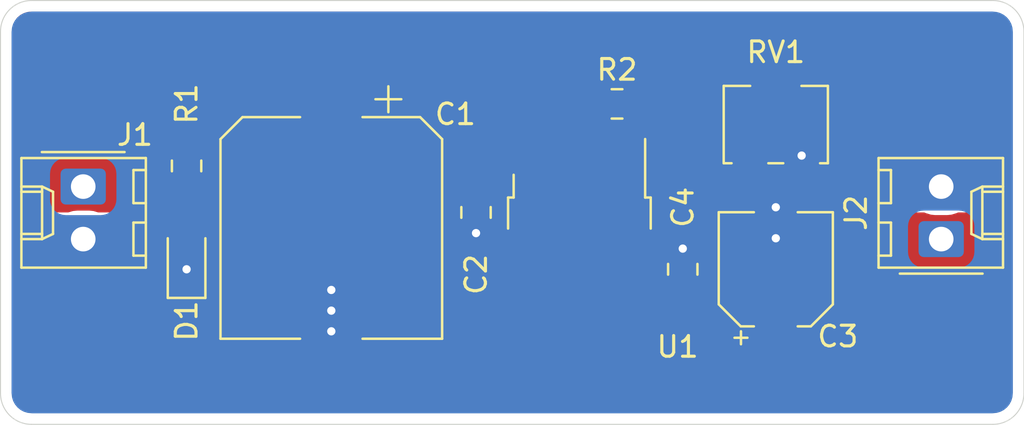
<source format=kicad_pcb>
(kicad_pcb (version 20171130) (host pcbnew "(5.1.8)-1")

  (general
    (thickness 1.6)
    (drawings 8)
    (tracks 20)
    (zones 0)
    (modules 11)
    (nets 6)
  )

  (page A4)
  (layers
    (0 F.Cu signal)
    (31 B.Cu signal)
    (32 B.Adhes user)
    (33 F.Adhes user)
    (34 B.Paste user)
    (35 F.Paste user)
    (36 B.SilkS user)
    (37 F.SilkS user)
    (38 B.Mask user)
    (39 F.Mask user)
    (40 Dwgs.User user)
    (41 Cmts.User user)
    (42 Eco1.User user)
    (43 Eco2.User user)
    (44 Edge.Cuts user)
    (45 Margin user)
    (46 B.CrtYd user)
    (47 F.CrtYd user)
    (48 B.Fab user hide)
    (49 F.Fab user hide)
  )

  (setup
    (last_trace_width 0.25)
    (trace_clearance 0.2)
    (zone_clearance 0.508)
    (zone_45_only no)
    (trace_min 0.2)
    (via_size 0.8)
    (via_drill 0.4)
    (via_min_size 0.4)
    (via_min_drill 0.3)
    (uvia_size 0.3)
    (uvia_drill 0.1)
    (uvias_allowed no)
    (uvia_min_size 0.2)
    (uvia_min_drill 0.1)
    (edge_width 0.05)
    (segment_width 0.2)
    (pcb_text_width 0.3)
    (pcb_text_size 1.5 1.5)
    (mod_edge_width 0.12)
    (mod_text_size 1 1)
    (mod_text_width 0.15)
    (pad_size 1.524 1.524)
    (pad_drill 0.762)
    (pad_to_mask_clearance 0.05)
    (aux_axis_origin 0 0)
    (visible_elements 7FFFFFFF)
    (pcbplotparams
      (layerselection 0x010fc_ffffffff)
      (usegerberextensions false)
      (usegerberattributes true)
      (usegerberadvancedattributes true)
      (creategerberjobfile true)
      (excludeedgelayer true)
      (linewidth 0.100000)
      (plotframeref false)
      (viasonmask false)
      (mode 1)
      (useauxorigin false)
      (hpglpennumber 1)
      (hpglpenspeed 20)
      (hpglpendiameter 15.000000)
      (psnegative false)
      (psa4output false)
      (plotreference true)
      (plotvalue true)
      (plotinvisibletext false)
      (padsonsilk false)
      (subtractmaskfromsilk false)
      (outputformat 1)
      (mirror false)
      (drillshape 1)
      (scaleselection 1)
      (outputdirectory ""))
  )

  (net 0 "")
  (net 1 "Net-(C1-Pad1)")
  (net 2 GND)
  (net 3 "Net-(C3-Pad1)")
  (net 4 "Net-(D1-Pad2)")
  (net 5 "Net-(R2-Pad2)")

  (net_class Default "This is the default net class."
    (clearance 0.2)
    (trace_width 0.25)
    (via_dia 0.8)
    (via_drill 0.4)
    (uvia_dia 0.3)
    (uvia_drill 0.1)
    (add_net GND)
    (add_net "Net-(C1-Pad1)")
    (add_net "Net-(C3-Pad1)")
    (add_net "Net-(D1-Pad2)")
    (add_net "Net-(R2-Pad2)")
  )

  (module Capacitor_SMD:CP_Elec_10x12.5 (layer F.Cu) (tedit 5BCA39D1) (tstamp 5F6EB02A)
    (at 142 119 270)
    (descr "SMD capacitor, aluminum electrolytic, Vishay 1012, 10.0x12.5mm, http://www.vishay.com/docs/28395/150crz.pdf")
    (tags "capacitor electrolytic")
    (path /5F6F16A5)
    (attr smd)
    (fp_text reference C1 (at -5.5 -6 180) (layer F.SilkS)
      (effects (font (size 1 1) (thickness 0.15)))
    )
    (fp_text value 1000uF/25V (at 0 6.3 90) (layer F.Fab)
      (effects (font (size 1 1) (thickness 0.15)))
    )
    (fp_line (start -6.65 1.5) (end -5.5 1.5) (layer F.CrtYd) (width 0.05))
    (fp_line (start -6.65 -1.5) (end -6.65 1.5) (layer F.CrtYd) (width 0.05))
    (fp_line (start -5.5 -1.5) (end -6.65 -1.5) (layer F.CrtYd) (width 0.05))
    (fp_line (start -5.5 1.5) (end -5.5 4.35) (layer F.CrtYd) (width 0.05))
    (fp_line (start -5.5 -4.35) (end -5.5 -1.5) (layer F.CrtYd) (width 0.05))
    (fp_line (start -5.5 -4.35) (end -4.35 -5.5) (layer F.CrtYd) (width 0.05))
    (fp_line (start -5.5 4.35) (end -4.35 5.5) (layer F.CrtYd) (width 0.05))
    (fp_line (start -4.35 -5.5) (end 5.5 -5.5) (layer F.CrtYd) (width 0.05))
    (fp_line (start -4.35 5.5) (end 5.5 5.5) (layer F.CrtYd) (width 0.05))
    (fp_line (start 5.5 1.5) (end 5.5 5.5) (layer F.CrtYd) (width 0.05))
    (fp_line (start 6.65 1.5) (end 5.5 1.5) (layer F.CrtYd) (width 0.05))
    (fp_line (start 6.65 -1.5) (end 6.65 1.5) (layer F.CrtYd) (width 0.05))
    (fp_line (start 5.5 -1.5) (end 6.65 -1.5) (layer F.CrtYd) (width 0.05))
    (fp_line (start 5.5 -5.5) (end 5.5 -1.5) (layer F.CrtYd) (width 0.05))
    (fp_line (start -6.225 -3.385) (end -6.225 -2.135) (layer F.SilkS) (width 0.12))
    (fp_line (start -6.85 -2.76) (end -5.6 -2.76) (layer F.SilkS) (width 0.12))
    (fp_line (start -5.36 4.295563) (end -4.295563 5.36) (layer F.SilkS) (width 0.12))
    (fp_line (start -5.36 -4.295563) (end -4.295563 -5.36) (layer F.SilkS) (width 0.12))
    (fp_line (start -5.36 -4.295563) (end -5.36 -1.51) (layer F.SilkS) (width 0.12))
    (fp_line (start -5.36 4.295563) (end -5.36 1.51) (layer F.SilkS) (width 0.12))
    (fp_line (start -4.295563 5.36) (end 5.36 5.36) (layer F.SilkS) (width 0.12))
    (fp_line (start -4.295563 -5.36) (end 5.36 -5.36) (layer F.SilkS) (width 0.12))
    (fp_line (start 5.36 -5.36) (end 5.36 -1.51) (layer F.SilkS) (width 0.12))
    (fp_line (start 5.36 5.36) (end 5.36 1.51) (layer F.SilkS) (width 0.12))
    (fp_line (start -4.058325 -2.2) (end -4.058325 -1.2) (layer F.Fab) (width 0.1))
    (fp_line (start -4.558325 -1.7) (end -3.558325 -1.7) (layer F.Fab) (width 0.1))
    (fp_line (start -5.25 4.25) (end -4.25 5.25) (layer F.Fab) (width 0.1))
    (fp_line (start -5.25 -4.25) (end -4.25 -5.25) (layer F.Fab) (width 0.1))
    (fp_line (start -5.25 -4.25) (end -5.25 4.25) (layer F.Fab) (width 0.1))
    (fp_line (start -4.25 5.25) (end 5.25 5.25) (layer F.Fab) (width 0.1))
    (fp_line (start -4.25 -5.25) (end 5.25 -5.25) (layer F.Fab) (width 0.1))
    (fp_line (start 5.25 -5.25) (end 5.25 5.25) (layer F.Fab) (width 0.1))
    (fp_circle (center 0 0) (end 5 0) (layer F.Fab) (width 0.1))
    (fp_text user %R (at 0 0 90) (layer F.Fab)
      (effects (font (size 1 1) (thickness 0.15)))
    )
    (pad 1 smd roundrect (at -4.2 0 270) (size 4.4 2.5) (layers F.Cu F.Paste F.Mask) (roundrect_rratio 0.1)
      (net 1 "Net-(C1-Pad1)"))
    (pad 2 smd roundrect (at 4.2 0 270) (size 4.4 2.5) (layers F.Cu F.Paste F.Mask) (roundrect_rratio 0.1)
      (net 2 GND))
    (model ${KISYS3DMOD}/Capacitor_SMD.3dshapes/CP_Elec_10x12.5.wrl
      (at (xyz 0 0 0))
      (scale (xyz 1 1 1))
      (rotate (xyz 0 0 0))
    )
  )

  (module Capacitor_SMD:C_0805_2012Metric (layer F.Cu) (tedit 5B36C52B) (tstamp 5F6EB03B)
    (at 149 118.25 270)
    (descr "Capacitor SMD 0805 (2012 Metric), square (rectangular) end terminal, IPC_7351 nominal, (Body size source: https://docs.google.com/spreadsheets/d/1BsfQQcO9C6DZCsRaXUlFlo91Tg2WpOkGARC1WS5S8t0/edit?usp=sharing), generated with kicad-footprint-generator")
    (tags capacitor)
    (path /5F6F1DBC)
    (attr smd)
    (fp_text reference C2 (at 3 0 90) (layer F.SilkS)
      (effects (font (size 1 1) (thickness 0.15)))
    )
    (fp_text value 0.1uF/50V (at 0 1.65 90) (layer F.Fab)
      (effects (font (size 1 1) (thickness 0.15)))
    )
    (fp_line (start 1.68 0.95) (end -1.68 0.95) (layer F.CrtYd) (width 0.05))
    (fp_line (start 1.68 -0.95) (end 1.68 0.95) (layer F.CrtYd) (width 0.05))
    (fp_line (start -1.68 -0.95) (end 1.68 -0.95) (layer F.CrtYd) (width 0.05))
    (fp_line (start -1.68 0.95) (end -1.68 -0.95) (layer F.CrtYd) (width 0.05))
    (fp_line (start -0.258578 0.71) (end 0.258578 0.71) (layer F.SilkS) (width 0.12))
    (fp_line (start -0.258578 -0.71) (end 0.258578 -0.71) (layer F.SilkS) (width 0.12))
    (fp_line (start 1 0.6) (end -1 0.6) (layer F.Fab) (width 0.1))
    (fp_line (start 1 -0.6) (end 1 0.6) (layer F.Fab) (width 0.1))
    (fp_line (start -1 -0.6) (end 1 -0.6) (layer F.Fab) (width 0.1))
    (fp_line (start -1 0.6) (end -1 -0.6) (layer F.Fab) (width 0.1))
    (fp_text user %R (at 0 0 90) (layer F.Fab)
      (effects (font (size 0.5 0.5) (thickness 0.08)))
    )
    (pad 1 smd roundrect (at -0.9375 0 270) (size 0.975 1.4) (layers F.Cu F.Paste F.Mask) (roundrect_rratio 0.25)
      (net 1 "Net-(C1-Pad1)"))
    (pad 2 smd roundrect (at 0.9375 0 270) (size 0.975 1.4) (layers F.Cu F.Paste F.Mask) (roundrect_rratio 0.25)
      (net 2 GND))
    (model ${KISYS3DMOD}/Capacitor_SMD.3dshapes/C_0805_2012Metric.wrl
      (at (xyz 0 0 0))
      (scale (xyz 1 1 1))
      (rotate (xyz 0 0 0))
    )
  )

  (module Capacitor_SMD:CP_Elec_5x5.4 (layer F.Cu) (tedit 5BCA39CF) (tstamp 5F6EB063)
    (at 163.5 121 90)
    (descr "SMD capacitor, aluminum electrolytic, Nichicon, 5.0x5.4mm")
    (tags "capacitor electrolytic")
    (path /5F6EA4E1)
    (attr smd)
    (fp_text reference C3 (at -3.25 3 180) (layer F.SilkS)
      (effects (font (size 1 1) (thickness 0.15)))
    )
    (fp_text value 100uF/25V (at 0 3.7 90) (layer F.Fab)
      (effects (font (size 1 1) (thickness 0.15)))
    )
    (fp_line (start -3.95 1.05) (end -2.9 1.05) (layer F.CrtYd) (width 0.05))
    (fp_line (start -3.95 -1.05) (end -3.95 1.05) (layer F.CrtYd) (width 0.05))
    (fp_line (start -2.9 -1.05) (end -3.95 -1.05) (layer F.CrtYd) (width 0.05))
    (fp_line (start -2.9 1.05) (end -2.9 1.75) (layer F.CrtYd) (width 0.05))
    (fp_line (start -2.9 -1.75) (end -2.9 -1.05) (layer F.CrtYd) (width 0.05))
    (fp_line (start -2.9 -1.75) (end -1.75 -2.9) (layer F.CrtYd) (width 0.05))
    (fp_line (start -2.9 1.75) (end -1.75 2.9) (layer F.CrtYd) (width 0.05))
    (fp_line (start -1.75 -2.9) (end 2.9 -2.9) (layer F.CrtYd) (width 0.05))
    (fp_line (start -1.75 2.9) (end 2.9 2.9) (layer F.CrtYd) (width 0.05))
    (fp_line (start 2.9 1.05) (end 2.9 2.9) (layer F.CrtYd) (width 0.05))
    (fp_line (start 3.95 1.05) (end 2.9 1.05) (layer F.CrtYd) (width 0.05))
    (fp_line (start 3.95 -1.05) (end 3.95 1.05) (layer F.CrtYd) (width 0.05))
    (fp_line (start 2.9 -1.05) (end 3.95 -1.05) (layer F.CrtYd) (width 0.05))
    (fp_line (start 2.9 -2.9) (end 2.9 -1.05) (layer F.CrtYd) (width 0.05))
    (fp_line (start -3.3125 -1.9975) (end -3.3125 -1.3725) (layer F.SilkS) (width 0.12))
    (fp_line (start -3.625 -1.685) (end -3 -1.685) (layer F.SilkS) (width 0.12))
    (fp_line (start -2.76 1.695563) (end -1.695563 2.76) (layer F.SilkS) (width 0.12))
    (fp_line (start -2.76 -1.695563) (end -1.695563 -2.76) (layer F.SilkS) (width 0.12))
    (fp_line (start -2.76 -1.695563) (end -2.76 -1.06) (layer F.SilkS) (width 0.12))
    (fp_line (start -2.76 1.695563) (end -2.76 1.06) (layer F.SilkS) (width 0.12))
    (fp_line (start -1.695563 2.76) (end 2.76 2.76) (layer F.SilkS) (width 0.12))
    (fp_line (start -1.695563 -2.76) (end 2.76 -2.76) (layer F.SilkS) (width 0.12))
    (fp_line (start 2.76 -2.76) (end 2.76 -1.06) (layer F.SilkS) (width 0.12))
    (fp_line (start 2.76 2.76) (end 2.76 1.06) (layer F.SilkS) (width 0.12))
    (fp_line (start -1.783956 -1.45) (end -1.783956 -0.95) (layer F.Fab) (width 0.1))
    (fp_line (start -2.033956 -1.2) (end -1.533956 -1.2) (layer F.Fab) (width 0.1))
    (fp_line (start -2.65 1.65) (end -1.65 2.65) (layer F.Fab) (width 0.1))
    (fp_line (start -2.65 -1.65) (end -1.65 -2.65) (layer F.Fab) (width 0.1))
    (fp_line (start -2.65 -1.65) (end -2.65 1.65) (layer F.Fab) (width 0.1))
    (fp_line (start -1.65 2.65) (end 2.65 2.65) (layer F.Fab) (width 0.1))
    (fp_line (start -1.65 -2.65) (end 2.65 -2.65) (layer F.Fab) (width 0.1))
    (fp_line (start 2.65 -2.65) (end 2.65 2.65) (layer F.Fab) (width 0.1))
    (fp_circle (center 0 0) (end 2.5 0) (layer F.Fab) (width 0.1))
    (fp_text user %R (at 0 0 90) (layer F.Fab)
      (effects (font (size 1 1) (thickness 0.15)))
    )
    (pad 1 smd roundrect (at -2.2 0 90) (size 3 1.6) (layers F.Cu F.Paste F.Mask) (roundrect_rratio 0.15625)
      (net 3 "Net-(C3-Pad1)"))
    (pad 2 smd roundrect (at 2.2 0 90) (size 3 1.6) (layers F.Cu F.Paste F.Mask) (roundrect_rratio 0.15625)
      (net 2 GND))
    (model ${KISYS3DMOD}/Capacitor_SMD.3dshapes/CP_Elec_5x5.4.wrl
      (at (xyz 0 0 0))
      (scale (xyz 1 1 1))
      (rotate (xyz 0 0 0))
    )
  )

  (module Capacitor_SMD:C_0805_2012Metric (layer F.Cu) (tedit 5B36C52B) (tstamp 5F6EB074)
    (at 159 121 90)
    (descr "Capacitor SMD 0805 (2012 Metric), square (rectangular) end terminal, IPC_7351 nominal, (Body size source: https://docs.google.com/spreadsheets/d/1BsfQQcO9C6DZCsRaXUlFlo91Tg2WpOkGARC1WS5S8t0/edit?usp=sharing), generated with kicad-footprint-generator")
    (tags capacitor)
    (path /5F6E9C3C)
    (attr smd)
    (fp_text reference C4 (at 3 0 90) (layer F.SilkS)
      (effects (font (size 1 1) (thickness 0.15)))
    )
    (fp_text value 0.1uF/50V (at 0 1.65 90) (layer F.Fab)
      (effects (font (size 1 1) (thickness 0.15)))
    )
    (fp_line (start -1 0.6) (end -1 -0.6) (layer F.Fab) (width 0.1))
    (fp_line (start -1 -0.6) (end 1 -0.6) (layer F.Fab) (width 0.1))
    (fp_line (start 1 -0.6) (end 1 0.6) (layer F.Fab) (width 0.1))
    (fp_line (start 1 0.6) (end -1 0.6) (layer F.Fab) (width 0.1))
    (fp_line (start -0.258578 -0.71) (end 0.258578 -0.71) (layer F.SilkS) (width 0.12))
    (fp_line (start -0.258578 0.71) (end 0.258578 0.71) (layer F.SilkS) (width 0.12))
    (fp_line (start -1.68 0.95) (end -1.68 -0.95) (layer F.CrtYd) (width 0.05))
    (fp_line (start -1.68 -0.95) (end 1.68 -0.95) (layer F.CrtYd) (width 0.05))
    (fp_line (start 1.68 -0.95) (end 1.68 0.95) (layer F.CrtYd) (width 0.05))
    (fp_line (start 1.68 0.95) (end -1.68 0.95) (layer F.CrtYd) (width 0.05))
    (fp_text user %R (at 0 0 90) (layer F.Fab)
      (effects (font (size 0.5 0.5) (thickness 0.08)))
    )
    (pad 2 smd roundrect (at 0.9375 0 90) (size 0.975 1.4) (layers F.Cu F.Paste F.Mask) (roundrect_rratio 0.25)
      (net 2 GND))
    (pad 1 smd roundrect (at -0.9375 0 90) (size 0.975 1.4) (layers F.Cu F.Paste F.Mask) (roundrect_rratio 0.25)
      (net 3 "Net-(C3-Pad1)"))
    (model ${KISYS3DMOD}/Capacitor_SMD.3dshapes/C_0805_2012Metric.wrl
      (at (xyz 0 0 0))
      (scale (xyz 1 1 1))
      (rotate (xyz 0 0 0))
    )
  )

  (module LED_SMD:LED_0805_2012Metric_Castellated (layer F.Cu) (tedit 5B36C52C) (tstamp 5F6EB087)
    (at 135 120.5 90)
    (descr "LED SMD 0805 (2012 Metric), castellated end terminal, IPC_7351 nominal, (Body size source: https://docs.google.com/spreadsheets/d/1BsfQQcO9C6DZCsRaXUlFlo91Tg2WpOkGARC1WS5S8t0/edit?usp=sharing), generated with kicad-footprint-generator")
    (tags "LED castellated")
    (path /5F6F04AA)
    (attr smd)
    (fp_text reference D1 (at -3 0 90) (layer F.SilkS)
      (effects (font (size 1 1) (thickness 0.15)))
    )
    (fp_text value LED (at 0 1.6 90) (layer F.Fab)
      (effects (font (size 1 1) (thickness 0.15)))
    )
    (fp_line (start 1.88 0.9) (end -1.88 0.9) (layer F.CrtYd) (width 0.05))
    (fp_line (start 1.88 -0.9) (end 1.88 0.9) (layer F.CrtYd) (width 0.05))
    (fp_line (start -1.88 -0.9) (end 1.88 -0.9) (layer F.CrtYd) (width 0.05))
    (fp_line (start -1.88 0.9) (end -1.88 -0.9) (layer F.CrtYd) (width 0.05))
    (fp_line (start -1.885 0.91) (end 1 0.91) (layer F.SilkS) (width 0.12))
    (fp_line (start -1.885 -0.91) (end -1.885 0.91) (layer F.SilkS) (width 0.12))
    (fp_line (start 1 -0.91) (end -1.885 -0.91) (layer F.SilkS) (width 0.12))
    (fp_line (start 1 0.6) (end 1 -0.6) (layer F.Fab) (width 0.1))
    (fp_line (start -1 0.6) (end 1 0.6) (layer F.Fab) (width 0.1))
    (fp_line (start -1 -0.3) (end -1 0.6) (layer F.Fab) (width 0.1))
    (fp_line (start -0.7 -0.6) (end -1 -0.3) (layer F.Fab) (width 0.1))
    (fp_line (start 1 -0.6) (end -0.7 -0.6) (layer F.Fab) (width 0.1))
    (fp_text user %R (at 0 0 90) (layer F.Fab)
      (effects (font (size 0.5 0.5) (thickness 0.08)))
    )
    (pad 1 smd roundrect (at -0.9625 0 90) (size 1.325 1.3) (layers F.Cu F.Paste F.Mask) (roundrect_rratio 0.192308)
      (net 2 GND))
    (pad 2 smd roundrect (at 0.9625 0 90) (size 1.325 1.3) (layers F.Cu F.Paste F.Mask) (roundrect_rratio 0.192308)
      (net 4 "Net-(D1-Pad2)"))
    (model ${KISYS3DMOD}/LED_SMD.3dshapes/LED_0805_2012Metric_Castellated.wrl
      (at (xyz 0 0 0))
      (scale (xyz 1 1 1))
      (rotate (xyz 0 0 0))
    )
  )

  (module Connector_Molex:Molex_KK-254_AE-6410-02A_1x02_P2.54mm_Vertical (layer F.Cu) (tedit 5EA53D3B) (tstamp 5F6EB0CB)
    (at 130 117 270)
    (descr "Molex KK-254 Interconnect System, old/engineering part number: AE-6410-02A example for new part number: 22-27-2021, 2 Pins (http://www.molex.com/pdm_docs/sd/022272021_sd.pdf), generated with kicad-footprint-generator")
    (tags "connector Molex KK-254 vertical")
    (path /5F6ECA21)
    (fp_text reference J1 (at -2.5 -2.5 180) (layer F.SilkS)
      (effects (font (size 1 1) (thickness 0.15)))
    )
    (fp_text value INPUT (at 1.27 4.08 90) (layer F.Fab)
      (effects (font (size 1 1) (thickness 0.15)))
    )
    (fp_line (start 4.31 -3.42) (end -1.77 -3.42) (layer F.CrtYd) (width 0.05))
    (fp_line (start 4.31 3.38) (end 4.31 -3.42) (layer F.CrtYd) (width 0.05))
    (fp_line (start -1.77 3.38) (end 4.31 3.38) (layer F.CrtYd) (width 0.05))
    (fp_line (start -1.77 -3.42) (end -1.77 3.38) (layer F.CrtYd) (width 0.05))
    (fp_line (start 3.34 -2.43) (end 3.34 -3.03) (layer F.SilkS) (width 0.12))
    (fp_line (start 1.74 -2.43) (end 3.34 -2.43) (layer F.SilkS) (width 0.12))
    (fp_line (start 1.74 -3.03) (end 1.74 -2.43) (layer F.SilkS) (width 0.12))
    (fp_line (start 0.8 -2.43) (end 0.8 -3.03) (layer F.SilkS) (width 0.12))
    (fp_line (start -0.8 -2.43) (end 0.8 -2.43) (layer F.SilkS) (width 0.12))
    (fp_line (start -0.8 -3.03) (end -0.8 -2.43) (layer F.SilkS) (width 0.12))
    (fp_line (start 2.29 2.99) (end 2.29 1.99) (layer F.SilkS) (width 0.12))
    (fp_line (start 0.25 2.99) (end 0.25 1.99) (layer F.SilkS) (width 0.12))
    (fp_line (start 2.29 1.46) (end 2.54 1.99) (layer F.SilkS) (width 0.12))
    (fp_line (start 0.25 1.46) (end 2.29 1.46) (layer F.SilkS) (width 0.12))
    (fp_line (start 0 1.99) (end 0.25 1.46) (layer F.SilkS) (width 0.12))
    (fp_line (start 2.54 1.99) (end 2.54 2.99) (layer F.SilkS) (width 0.12))
    (fp_line (start 0 1.99) (end 2.54 1.99) (layer F.SilkS) (width 0.12))
    (fp_line (start 0 2.99) (end 0 1.99) (layer F.SilkS) (width 0.12))
    (fp_line (start -0.562893 0) (end -1.27 0.5) (layer F.Fab) (width 0.1))
    (fp_line (start -1.27 -0.5) (end -0.562893 0) (layer F.Fab) (width 0.1))
    (fp_line (start -1.67 -2) (end -1.67 2) (layer F.SilkS) (width 0.12))
    (fp_line (start 3.92 -3.03) (end -1.38 -3.03) (layer F.SilkS) (width 0.12))
    (fp_line (start 3.92 2.99) (end 3.92 -3.03) (layer F.SilkS) (width 0.12))
    (fp_line (start -1.38 2.99) (end 3.92 2.99) (layer F.SilkS) (width 0.12))
    (fp_line (start -1.38 -3.03) (end -1.38 2.99) (layer F.SilkS) (width 0.12))
    (fp_line (start 3.81 -2.92) (end -1.27 -2.92) (layer F.Fab) (width 0.1))
    (fp_line (start 3.81 2.88) (end 3.81 -2.92) (layer F.Fab) (width 0.1))
    (fp_line (start -1.27 2.88) (end 3.81 2.88) (layer F.Fab) (width 0.1))
    (fp_line (start -1.27 -2.92) (end -1.27 2.88) (layer F.Fab) (width 0.1))
    (fp_text user %R (at 1.27 -2.22 90) (layer F.Fab)
      (effects (font (size 1 1) (thickness 0.15)))
    )
    (pad 1 thru_hole roundrect (at 0 0 270) (size 1.74 2.19) (drill 1.19) (layers *.Cu *.Mask) (roundrect_rratio 0.143678)
      (net 1 "Net-(C1-Pad1)"))
    (pad 2 thru_hole oval (at 2.54 0 270) (size 1.74 2.19) (drill 1.19) (layers *.Cu *.Mask)
      (net 2 GND))
    (model ${KISYS3DMOD}/Connector_Molex.3dshapes/Molex_KK-254_AE-6410-02A_1x02_P2.54mm_Vertical.wrl
      (at (xyz 0 0 0))
      (scale (xyz 1 1 1))
      (rotate (xyz 0 0 0))
    )
  )

  (module Connector_Molex:Molex_KK-254_AE-6410-02A_1x02_P2.54mm_Vertical (layer F.Cu) (tedit 5EA53D3B) (tstamp 5F6EB0EF)
    (at 171.5 119.54 90)
    (descr "Molex KK-254 Interconnect System, old/engineering part number: AE-6410-02A example for new part number: 22-27-2021, 2 Pins (http://www.molex.com/pdm_docs/sd/022272021_sd.pdf), generated with kicad-footprint-generator")
    (tags "connector Molex KK-254 vertical")
    (path /5F6F419B)
    (fp_text reference J2 (at 1.27 -4.12 90) (layer F.SilkS)
      (effects (font (size 1 1) (thickness 0.15)))
    )
    (fp_text value OUTPUT (at 1.27 4.08 90) (layer F.Fab)
      (effects (font (size 1 1) (thickness 0.15)))
    )
    (fp_line (start -1.27 -2.92) (end -1.27 2.88) (layer F.Fab) (width 0.1))
    (fp_line (start -1.27 2.88) (end 3.81 2.88) (layer F.Fab) (width 0.1))
    (fp_line (start 3.81 2.88) (end 3.81 -2.92) (layer F.Fab) (width 0.1))
    (fp_line (start 3.81 -2.92) (end -1.27 -2.92) (layer F.Fab) (width 0.1))
    (fp_line (start -1.38 -3.03) (end -1.38 2.99) (layer F.SilkS) (width 0.12))
    (fp_line (start -1.38 2.99) (end 3.92 2.99) (layer F.SilkS) (width 0.12))
    (fp_line (start 3.92 2.99) (end 3.92 -3.03) (layer F.SilkS) (width 0.12))
    (fp_line (start 3.92 -3.03) (end -1.38 -3.03) (layer F.SilkS) (width 0.12))
    (fp_line (start -1.67 -2) (end -1.67 2) (layer F.SilkS) (width 0.12))
    (fp_line (start -1.27 -0.5) (end -0.562893 0) (layer F.Fab) (width 0.1))
    (fp_line (start -0.562893 0) (end -1.27 0.5) (layer F.Fab) (width 0.1))
    (fp_line (start 0 2.99) (end 0 1.99) (layer F.SilkS) (width 0.12))
    (fp_line (start 0 1.99) (end 2.54 1.99) (layer F.SilkS) (width 0.12))
    (fp_line (start 2.54 1.99) (end 2.54 2.99) (layer F.SilkS) (width 0.12))
    (fp_line (start 0 1.99) (end 0.25 1.46) (layer F.SilkS) (width 0.12))
    (fp_line (start 0.25 1.46) (end 2.29 1.46) (layer F.SilkS) (width 0.12))
    (fp_line (start 2.29 1.46) (end 2.54 1.99) (layer F.SilkS) (width 0.12))
    (fp_line (start 0.25 2.99) (end 0.25 1.99) (layer F.SilkS) (width 0.12))
    (fp_line (start 2.29 2.99) (end 2.29 1.99) (layer F.SilkS) (width 0.12))
    (fp_line (start -0.8 -3.03) (end -0.8 -2.43) (layer F.SilkS) (width 0.12))
    (fp_line (start -0.8 -2.43) (end 0.8 -2.43) (layer F.SilkS) (width 0.12))
    (fp_line (start 0.8 -2.43) (end 0.8 -3.03) (layer F.SilkS) (width 0.12))
    (fp_line (start 1.74 -3.03) (end 1.74 -2.43) (layer F.SilkS) (width 0.12))
    (fp_line (start 1.74 -2.43) (end 3.34 -2.43) (layer F.SilkS) (width 0.12))
    (fp_line (start 3.34 -2.43) (end 3.34 -3.03) (layer F.SilkS) (width 0.12))
    (fp_line (start -1.77 -3.42) (end -1.77 3.38) (layer F.CrtYd) (width 0.05))
    (fp_line (start -1.77 3.38) (end 4.31 3.38) (layer F.CrtYd) (width 0.05))
    (fp_line (start 4.31 3.38) (end 4.31 -3.42) (layer F.CrtYd) (width 0.05))
    (fp_line (start 4.31 -3.42) (end -1.77 -3.42) (layer F.CrtYd) (width 0.05))
    (fp_text user %R (at 1.27 -2.22 90) (layer F.Fab)
      (effects (font (size 1 1) (thickness 0.15)))
    )
    (pad 2 thru_hole oval (at 2.54 0 90) (size 1.74 2.19) (drill 1.19) (layers *.Cu *.Mask)
      (net 2 GND))
    (pad 1 thru_hole roundrect (at 0 0 90) (size 1.74 2.19) (drill 1.19) (layers *.Cu *.Mask) (roundrect_rratio 0.143678)
      (net 3 "Net-(C3-Pad1)"))
    (model ${KISYS3DMOD}/Connector_Molex.3dshapes/Molex_KK-254_AE-6410-02A_1x02_P2.54mm_Vertical.wrl
      (at (xyz 0 0 0))
      (scale (xyz 1 1 1))
      (rotate (xyz 0 0 0))
    )
  )

  (module Resistor_SMD:R_0805_2012Metric (layer F.Cu) (tedit 5B36C52B) (tstamp 5F6EB100)
    (at 135 116 270)
    (descr "Resistor SMD 0805 (2012 Metric), square (rectangular) end terminal, IPC_7351 nominal, (Body size source: https://docs.google.com/spreadsheets/d/1BsfQQcO9C6DZCsRaXUlFlo91Tg2WpOkGARC1WS5S8t0/edit?usp=sharing), generated with kicad-footprint-generator")
    (tags resistor)
    (path /5F6EAF95)
    (attr smd)
    (fp_text reference R1 (at -3 0 90) (layer F.SilkS)
      (effects (font (size 1 1) (thickness 0.15)))
    )
    (fp_text value 2.2k (at 0 1.65 90) (layer F.Fab)
      (effects (font (size 1 1) (thickness 0.15)))
    )
    (fp_line (start 1.68 0.95) (end -1.68 0.95) (layer F.CrtYd) (width 0.05))
    (fp_line (start 1.68 -0.95) (end 1.68 0.95) (layer F.CrtYd) (width 0.05))
    (fp_line (start -1.68 -0.95) (end 1.68 -0.95) (layer F.CrtYd) (width 0.05))
    (fp_line (start -1.68 0.95) (end -1.68 -0.95) (layer F.CrtYd) (width 0.05))
    (fp_line (start -0.258578 0.71) (end 0.258578 0.71) (layer F.SilkS) (width 0.12))
    (fp_line (start -0.258578 -0.71) (end 0.258578 -0.71) (layer F.SilkS) (width 0.12))
    (fp_line (start 1 0.6) (end -1 0.6) (layer F.Fab) (width 0.1))
    (fp_line (start 1 -0.6) (end 1 0.6) (layer F.Fab) (width 0.1))
    (fp_line (start -1 -0.6) (end 1 -0.6) (layer F.Fab) (width 0.1))
    (fp_line (start -1 0.6) (end -1 -0.6) (layer F.Fab) (width 0.1))
    (fp_text user %R (at 0 0 90) (layer F.Fab)
      (effects (font (size 0.5 0.5) (thickness 0.08)))
    )
    (pad 1 smd roundrect (at -0.9375 0 270) (size 0.975 1.4) (layers F.Cu F.Paste F.Mask) (roundrect_rratio 0.25)
      (net 1 "Net-(C1-Pad1)"))
    (pad 2 smd roundrect (at 0.9375 0 270) (size 0.975 1.4) (layers F.Cu F.Paste F.Mask) (roundrect_rratio 0.25)
      (net 4 "Net-(D1-Pad2)"))
    (model ${KISYS3DMOD}/Resistor_SMD.3dshapes/R_0805_2012Metric.wrl
      (at (xyz 0 0 0))
      (scale (xyz 1 1 1))
      (rotate (xyz 0 0 0))
    )
  )

  (module Resistor_SMD:R_0805_2012Metric (layer F.Cu) (tedit 5B36C52B) (tstamp 5F6EB111)
    (at 155.82 113)
    (descr "Resistor SMD 0805 (2012 Metric), square (rectangular) end terminal, IPC_7351 nominal, (Body size source: https://docs.google.com/spreadsheets/d/1BsfQQcO9C6DZCsRaXUlFlo91Tg2WpOkGARC1WS5S8t0/edit?usp=sharing), generated with kicad-footprint-generator")
    (tags resistor)
    (path /5F6F0EF7)
    (attr smd)
    (fp_text reference R2 (at 0 -1.65) (layer F.SilkS)
      (effects (font (size 1 1) (thickness 0.15)))
    )
    (fp_text value 220 (at 0 1.65) (layer F.Fab)
      (effects (font (size 1 1) (thickness 0.15)))
    )
    (fp_line (start 1.68 0.95) (end -1.68 0.95) (layer F.CrtYd) (width 0.05))
    (fp_line (start 1.68 -0.95) (end 1.68 0.95) (layer F.CrtYd) (width 0.05))
    (fp_line (start -1.68 -0.95) (end 1.68 -0.95) (layer F.CrtYd) (width 0.05))
    (fp_line (start -1.68 0.95) (end -1.68 -0.95) (layer F.CrtYd) (width 0.05))
    (fp_line (start -0.258578 0.71) (end 0.258578 0.71) (layer F.SilkS) (width 0.12))
    (fp_line (start -0.258578 -0.71) (end 0.258578 -0.71) (layer F.SilkS) (width 0.12))
    (fp_line (start 1 0.6) (end -1 0.6) (layer F.Fab) (width 0.1))
    (fp_line (start 1 -0.6) (end 1 0.6) (layer F.Fab) (width 0.1))
    (fp_line (start -1 -0.6) (end 1 -0.6) (layer F.Fab) (width 0.1))
    (fp_line (start -1 0.6) (end -1 -0.6) (layer F.Fab) (width 0.1))
    (fp_text user %R (at 0 0) (layer F.Fab)
      (effects (font (size 0.5 0.5) (thickness 0.08)))
    )
    (pad 1 smd roundrect (at -0.9375 0) (size 0.975 1.4) (layers F.Cu F.Paste F.Mask) (roundrect_rratio 0.25)
      (net 3 "Net-(C3-Pad1)"))
    (pad 2 smd roundrect (at 0.9375 0) (size 0.975 1.4) (layers F.Cu F.Paste F.Mask) (roundrect_rratio 0.25)
      (net 5 "Net-(R2-Pad2)"))
    (model ${KISYS3DMOD}/Resistor_SMD.3dshapes/R_0805_2012Metric.wrl
      (at (xyz 0 0 0))
      (scale (xyz 1 1 1))
      (rotate (xyz 0 0 0))
    )
  )

  (module Package_TO_SOT_SMD:TO-252-3_TabPin2 (layer F.Cu) (tedit 5A70F30B) (tstamp 5F6EB14A)
    (at 154 120 270)
    (descr "TO-252 / DPAK SMD package, http://www.infineon.com/cms/en/product/packages/PG-TO252/PG-TO252-3-1/")
    (tags "DPAK TO-252 DPAK-3 TO-252-3 SOT-428")
    (path /5F6E402A)
    (attr smd)
    (fp_text reference U1 (at 4.75 -4.75 180) (layer F.SilkS)
      (effects (font (size 1 1) (thickness 0.15)))
    )
    (fp_text value LM317L_TO92 (at 0 4.5 90) (layer F.Fab)
      (effects (font (size 1 1) (thickness 0.15)))
    )
    (fp_line (start 5.55 -3.5) (end -5.55 -3.5) (layer F.CrtYd) (width 0.05))
    (fp_line (start 5.55 3.5) (end 5.55 -3.5) (layer F.CrtYd) (width 0.05))
    (fp_line (start -5.55 3.5) (end 5.55 3.5) (layer F.CrtYd) (width 0.05))
    (fp_line (start -5.55 -3.5) (end -5.55 3.5) (layer F.CrtYd) (width 0.05))
    (fp_line (start -2.47 3.18) (end -3.57 3.18) (layer F.SilkS) (width 0.12))
    (fp_line (start -2.47 3.45) (end -2.47 3.18) (layer F.SilkS) (width 0.12))
    (fp_line (start -0.97 3.45) (end -2.47 3.45) (layer F.SilkS) (width 0.12))
    (fp_line (start -2.47 -3.18) (end -5.3 -3.18) (layer F.SilkS) (width 0.12))
    (fp_line (start -2.47 -3.45) (end -2.47 -3.18) (layer F.SilkS) (width 0.12))
    (fp_line (start -0.97 -3.45) (end -2.47 -3.45) (layer F.SilkS) (width 0.12))
    (fp_line (start -4.97 2.655) (end -2.27 2.655) (layer F.Fab) (width 0.1))
    (fp_line (start -4.97 1.905) (end -4.97 2.655) (layer F.Fab) (width 0.1))
    (fp_line (start -2.27 1.905) (end -4.97 1.905) (layer F.Fab) (width 0.1))
    (fp_line (start -4.97 0.375) (end -2.27 0.375) (layer F.Fab) (width 0.1))
    (fp_line (start -4.97 -0.375) (end -4.97 0.375) (layer F.Fab) (width 0.1))
    (fp_line (start -2.27 -0.375) (end -4.97 -0.375) (layer F.Fab) (width 0.1))
    (fp_line (start -4.97 -1.905) (end -2.27 -1.905) (layer F.Fab) (width 0.1))
    (fp_line (start -4.97 -2.655) (end -4.97 -1.905) (layer F.Fab) (width 0.1))
    (fp_line (start -1.865 -2.655) (end -4.97 -2.655) (layer F.Fab) (width 0.1))
    (fp_line (start -1.27 -3.25) (end 3.95 -3.25) (layer F.Fab) (width 0.1))
    (fp_line (start -2.27 -2.25) (end -1.27 -3.25) (layer F.Fab) (width 0.1))
    (fp_line (start -2.27 3.25) (end -2.27 -2.25) (layer F.Fab) (width 0.1))
    (fp_line (start 3.95 3.25) (end -2.27 3.25) (layer F.Fab) (width 0.1))
    (fp_line (start 3.95 -3.25) (end 3.95 3.25) (layer F.Fab) (width 0.1))
    (fp_line (start 4.95 2.7) (end 3.95 2.7) (layer F.Fab) (width 0.1))
    (fp_line (start 4.95 -2.7) (end 4.95 2.7) (layer F.Fab) (width 0.1))
    (fp_line (start 3.95 -2.7) (end 4.95 -2.7) (layer F.Fab) (width 0.1))
    (fp_text user %R (at 0 0 90) (layer F.Fab)
      (effects (font (size 1 1) (thickness 0.15)))
    )
    (pad 1 smd rect (at -4.2 -2.28 270) (size 2.2 1.2) (layers F.Cu F.Paste F.Mask)
      (net 5 "Net-(R2-Pad2)"))
    (pad 2 smd rect (at -4.2 0 270) (size 2.2 1.2) (layers F.Cu F.Paste F.Mask)
      (net 3 "Net-(C3-Pad1)"))
    (pad 3 smd rect (at -4.2 2.28 270) (size 2.2 1.2) (layers F.Cu F.Paste F.Mask)
      (net 1 "Net-(C1-Pad1)"))
    (pad 2 smd rect (at 2.1 0 270) (size 6.4 5.8) (layers F.Cu F.Mask)
      (net 3 "Net-(C3-Pad1)"))
    (pad "" smd rect (at 3.775 1.525 270) (size 3.05 2.75) (layers F.Paste))
    (pad "" smd rect (at 0.425 -1.525 270) (size 3.05 2.75) (layers F.Paste))
    (pad "" smd rect (at 3.775 -1.525 270) (size 3.05 2.75) (layers F.Paste))
    (pad "" smd rect (at 0.425 1.525 270) (size 3.05 2.75) (layers F.Paste))
    (model ${KISYS3DMOD}/Package_TO_SOT_SMD.3dshapes/TO-252-3_TabPin2.wrl
      (at (xyz 0 0 0))
      (scale (xyz 1 1 1))
      (rotate (xyz 0 0 0))
    )
  )

  (module Potentiometer_SMD:Potentiometer_Bourns_3224W_Vertical (layer F.Cu) (tedit 5A3D7171) (tstamp 5F6EB52C)
    (at 163.5 114 180)
    (descr "Potentiometer, vertical, Bourns 3224W, https://www.bourns.com/docs/Product-Datasheets/3224.pdf")
    (tags "Potentiometer vertical Bourns 3224W")
    (path /5F6EBC94)
    (attr smd)
    (fp_text reference RV1 (at 0 3.5) (layer F.SilkS)
      (effects (font (size 1 1) (thickness 0.15)))
    )
    (fp_text value 1k (at 0 3.5) (layer F.Fab)
      (effects (font (size 1 1) (thickness 0.15)))
    )
    (fp_line (start 2.65 -2.5) (end -2.65 -2.5) (layer F.CrtYd) (width 0.05))
    (fp_line (start 2.65 2.5) (end 2.65 -2.5) (layer F.CrtYd) (width 0.05))
    (fp_line (start -2.65 2.5) (end 2.65 2.5) (layer F.CrtYd) (width 0.05))
    (fp_line (start -2.65 -2.5) (end -2.65 2.5) (layer F.CrtYd) (width 0.05))
    (fp_line (start 2.52 -1.87) (end 2.52 1.87) (layer F.SilkS) (width 0.12))
    (fp_line (start -2.52 -1.87) (end -2.52 1.87) (layer F.SilkS) (width 0.12))
    (fp_line (start 1.24 1.87) (end 2.52 1.87) (layer F.SilkS) (width 0.12))
    (fp_line (start -2.52 1.87) (end -1.24 1.87) (layer F.SilkS) (width 0.12))
    (fp_line (start -0.36 -1.87) (end 0.36 -1.87) (layer F.SilkS) (width 0.12))
    (fp_line (start -2.52 -1.87) (end -2.14 -1.87) (layer F.SilkS) (width 0.12))
    (fp_line (start 2.14 -1.87) (end 2.52 -1.87) (layer F.SilkS) (width 0.12))
    (fp_line (start -1.2 1.393) (end -1.199 -0.092) (layer F.Fab) (width 0.1))
    (fp_line (start -1.2 1.393) (end -1.199 -0.092) (layer F.Fab) (width 0.1))
    (fp_line (start 2.4 -1.75) (end -2.4 -1.75) (layer F.Fab) (width 0.1))
    (fp_line (start 2.4 1.75) (end 2.4 -1.75) (layer F.Fab) (width 0.1))
    (fp_line (start -2.4 1.75) (end 2.4 1.75) (layer F.Fab) (width 0.1))
    (fp_line (start -2.4 -1.75) (end -2.4 1.75) (layer F.Fab) (width 0.1))
    (fp_circle (center -1.2 0.65) (end -0.45 0.65) (layer F.Fab) (width 0.1))
    (fp_text user %R (at 0.6 0) (layer F.Fab)
      (effects (font (size 0.6 0.6) (thickness 0.15)))
    )
    (pad 1 smd rect (at 1.25 -1.45 180) (size 1.3 1.6) (layers F.Cu F.Paste F.Mask)
      (net 5 "Net-(R2-Pad2)"))
    (pad 2 smd rect (at 0 1.45 180) (size 2 1.6) (layers F.Cu F.Paste F.Mask)
      (net 5 "Net-(R2-Pad2)"))
    (pad 3 smd rect (at -1.25 -1.45 180) (size 1.3 1.6) (layers F.Cu F.Paste F.Mask)
      (net 2 GND))
    (model ${KISYS3DMOD}/Potentiometer_SMD.3dshapes/Potentiometer_Bourns_3224W_Vertical.wrl
      (at (xyz 0 0 0))
      (scale (xyz 1 1 1))
      (rotate (xyz 0 0 0))
    )
  )

  (gr_line (start 126 127) (end 126 109.5) (layer Edge.Cuts) (width 0.05) (tstamp 5F6ECF14))
  (gr_line (start 174 128.5) (end 127.5 128.5) (layer Edge.Cuts) (width 0.05) (tstamp 5F6ECF13))
  (gr_line (start 175.5 109.5) (end 175.5 127) (layer Edge.Cuts) (width 0.05) (tstamp 5F6ECF12))
  (gr_line (start 127.5 108) (end 174 108) (layer Edge.Cuts) (width 0.05) (tstamp 5F6ECF11))
  (gr_arc (start 174 127) (end 174 128.5) (angle -90) (layer Edge.Cuts) (width 0.05))
  (gr_arc (start 174 109.5) (end 175.5 109.5) (angle -90) (layer Edge.Cuts) (width 0.05))
  (gr_arc (start 127.5 109.5) (end 127.5 108) (angle -90) (layer Edge.Cuts) (width 0.05))
  (gr_arc (start 127.5 127) (end 126 127) (angle -90) (layer Edge.Cuts) (width 0.05))

  (via (at 164.75 115.5) (size 0.8) (drill 0.4) (layers F.Cu B.Cu) (net 2) (status 30))
  (via (at 163.5 119.5) (size 0.8) (drill 0.4) (layers F.Cu B.Cu) (net 2) (status 30))
  (via (at 163.5 118) (size 0.8) (drill 0.4) (layers F.Cu B.Cu) (net 2) (status 30))
  (via (at 159 120) (size 0.8) (drill 0.4) (layers F.Cu B.Cu) (net 2) (status 30))
  (via (at 149 119.25) (size 0.8) (drill 0.4) (layers F.Cu B.Cu) (net 2) (status 30))
  (via (at 142 124) (size 0.8) (drill 0.4) (layers F.Cu B.Cu) (net 2) (status 30))
  (via (at 142 123) (size 0.8) (drill 0.4) (layers F.Cu B.Cu) (net 2) (status 30))
  (via (at 142 122) (size 0.8) (drill 0.4) (layers F.Cu B.Cu) (net 2) (status 30))
  (via (at 135 121) (size 0.8) (drill 0.4) (layers F.Cu B.Cu) (net 2) (status 30))
  (segment (start 154.8825 113) (end 154.5 113) (width 0.8) (layer F.Cu) (net 3) (status 30))
  (segment (start 154 113.5) (end 154 115.8) (width 0.8) (layer F.Cu) (net 3) (status 20))
  (segment (start 154.5 113) (end 154 113.5) (width 0.8) (layer F.Cu) (net 3) (status 10))
  (segment (start 135 116.9375) (end 135 119.5375) (width 0.8) (layer F.Cu) (net 4) (status 30))
  (segment (start 163.5 112.55) (end 163.45 112.55) (width 0.8) (layer F.Cu) (net 5) (status 30))
  (segment (start 162.25 113.75) (end 162.25 115.45) (width 0.8) (layer F.Cu) (net 5) (status 20))
  (segment (start 163.45 112.55) (end 162.25 113.75) (width 0.8) (layer F.Cu) (net 5) (status 10))
  (segment (start 156.7575 115.3225) (end 156.28 115.8) (width 0.8) (layer F.Cu) (net 5) (status 30))
  (segment (start 156.7575 113) (end 156.7575 115.3225) (width 0.8) (layer F.Cu) (net 5) (status 30))
  (segment (start 156.63 115.45) (end 156.28 115.8) (width 0.8) (layer F.Cu) (net 5) (status 30))
  (segment (start 162.25 115.45) (end 156.63 115.45) (width 0.8) (layer F.Cu) (net 5) (status 30))

  (zone (net 2) (net_name GND) (layer B.Cu) (tstamp 0) (hatch edge 0.508)
    (connect_pads yes (clearance 0.508))
    (min_thickness 0.254)
    (fill yes (arc_segments 32) (thermal_gap 0.508) (thermal_bridge_width 0.508) (smoothing fillet) (radius 0.3))
    (polygon
      (pts
        (xy 175.5 128.5) (xy 126 128.5) (xy 126 108) (xy 175.5 108)
      )
    )
    (filled_polygon
      (pts
        (xy 174.16254 108.679102) (xy 174.318894 108.726308) (xy 174.463096 108.802982) (xy 174.589663 108.906207) (xy 174.693769 109.032051)
        (xy 174.771447 109.175711) (xy 174.819742 109.331729) (xy 174.84 109.524473) (xy 174.840001 126.967712) (xy 174.820898 127.16254)
        (xy 174.773692 127.318895) (xy 174.697018 127.463096) (xy 174.593792 127.589664) (xy 174.467951 127.693768) (xy 174.324289 127.771447)
        (xy 174.168271 127.819742) (xy 173.975527 127.84) (xy 127.532277 127.84) (xy 127.33746 127.820898) (xy 127.181105 127.773692)
        (xy 127.036904 127.697018) (xy 126.910336 127.593792) (xy 126.806232 127.467951) (xy 126.728553 127.324289) (xy 126.680258 127.168271)
        (xy 126.66 126.975527) (xy 126.66 118.919999) (xy 169.766928 118.919999) (xy 169.766928 120.160001) (xy 169.783992 120.333255)
        (xy 169.834528 120.499851) (xy 169.916595 120.653387) (xy 170.027038 120.787962) (xy 170.161613 120.898405) (xy 170.315149 120.980472)
        (xy 170.481745 121.031008) (xy 170.654999 121.048072) (xy 172.345001 121.048072) (xy 172.518255 121.031008) (xy 172.684851 120.980472)
        (xy 172.838387 120.898405) (xy 172.972962 120.787962) (xy 173.083405 120.653387) (xy 173.165472 120.499851) (xy 173.216008 120.333255)
        (xy 173.233072 120.160001) (xy 173.233072 118.919999) (xy 173.216008 118.746745) (xy 173.165472 118.580149) (xy 173.083405 118.426613)
        (xy 172.972962 118.292038) (xy 172.838387 118.181595) (xy 172.684851 118.099528) (xy 172.518255 118.048992) (xy 172.345001 118.031928)
        (xy 170.654999 118.031928) (xy 170.481745 118.048992) (xy 170.315149 118.099528) (xy 170.161613 118.181595) (xy 170.027038 118.292038)
        (xy 169.916595 118.426613) (xy 169.834528 118.580149) (xy 169.783992 118.746745) (xy 169.766928 118.919999) (xy 126.66 118.919999)
        (xy 126.66 116.379999) (xy 128.266928 116.379999) (xy 128.266928 117.620001) (xy 128.283992 117.793255) (xy 128.334528 117.959851)
        (xy 128.416595 118.113387) (xy 128.527038 118.247962) (xy 128.661613 118.358405) (xy 128.815149 118.440472) (xy 128.981745 118.491008)
        (xy 129.154999 118.508072) (xy 130.845001 118.508072) (xy 131.018255 118.491008) (xy 131.184851 118.440472) (xy 131.338387 118.358405)
        (xy 131.472962 118.247962) (xy 131.583405 118.113387) (xy 131.665472 117.959851) (xy 131.716008 117.793255) (xy 131.733072 117.620001)
        (xy 131.733072 116.379999) (xy 131.716008 116.206745) (xy 131.665472 116.040149) (xy 131.583405 115.886613) (xy 131.472962 115.752038)
        (xy 131.338387 115.641595) (xy 131.184851 115.559528) (xy 131.018255 115.508992) (xy 130.845001 115.491928) (xy 129.154999 115.491928)
        (xy 128.981745 115.508992) (xy 128.815149 115.559528) (xy 128.661613 115.641595) (xy 128.527038 115.752038) (xy 128.416595 115.886613)
        (xy 128.334528 116.040149) (xy 128.283992 116.206745) (xy 128.266928 116.379999) (xy 126.66 116.379999) (xy 126.66 109.532277)
        (xy 126.679102 109.33746) (xy 126.726308 109.181106) (xy 126.802982 109.036904) (xy 126.906207 108.910337) (xy 127.032051 108.806231)
        (xy 127.175711 108.728553) (xy 127.331729 108.680258) (xy 127.524473 108.66) (xy 173.967723 108.66)
      )
    )
  )
  (zone (net 1) (net_name "Net-(C1-Pad1)") (layer F.Cu) (tstamp 0) (hatch edge 0.508)
    (connect_pads yes (clearance 0.508))
    (min_thickness 0.254)
    (fill yes (arc_segments 32) (thermal_gap 0.508) (thermal_bridge_width 0.508) (smoothing chamfer) (radius 0.3))
    (polygon
      (pts
        (xy 152.75 118.25) (xy 126.75 118.25) (xy 126.75 108.55) (xy 133.8 108.525) (xy 152.75 108.5)
      )
    )
    (filled_polygon
      (pts
        (xy 152.623 108.852654) (xy 152.623 117.897394) (xy 152.397394 118.123) (xy 149.773755 118.123) (xy 149.628285 118.078872)
        (xy 149.45625 118.061928) (xy 148.54375 118.061928) (xy 148.371715 118.078872) (xy 148.226245 118.123) (xy 136.035 118.123)
        (xy 136.035 117.841552) (xy 136.079792 117.804792) (xy 136.189458 117.671164) (xy 136.270947 117.518709) (xy 136.321128 117.353285)
        (xy 136.338072 117.18125) (xy 136.338072 116.69375) (xy 136.321128 116.521715) (xy 136.270947 116.356291) (xy 136.189458 116.203836)
        (xy 136.079792 116.070208) (xy 135.946164 115.960542) (xy 135.793709 115.879053) (xy 135.628285 115.828872) (xy 135.45625 115.811928)
        (xy 134.54375 115.811928) (xy 134.371715 115.828872) (xy 134.206291 115.879053) (xy 134.053836 115.960542) (xy 133.920208 116.070208)
        (xy 133.810542 116.203836) (xy 133.729053 116.356291) (xy 133.678872 116.521715) (xy 133.661928 116.69375) (xy 133.661928 117.18125)
        (xy 133.678872 117.353285) (xy 133.729053 117.518709) (xy 133.810542 117.671164) (xy 133.920208 117.804792) (xy 133.965 117.841552)
        (xy 133.965 118.123) (xy 130.738342 118.123) (xy 130.520032 118.056776) (xy 130.298936 118.035) (xy 129.701064 118.035)
        (xy 129.479968 118.056776) (xy 129.261658 118.123) (xy 127.102606 118.123) (xy 126.877 117.897394) (xy 126.877 108.946149)
        (xy 126.906207 108.910337) (xy 127.032051 108.806231) (xy 127.175711 108.728553) (xy 127.331729 108.680258) (xy 127.384117 108.674752)
        (xy 131.544096 108.66) (xy 152.430092 108.66)
      )
    )
  )
  (zone (net 3) (net_name "Net-(C3-Pad1)") (layer F.Cu) (tstamp 0) (hatch edge 0.508)
    (connect_pads yes (clearance 0.508))
    (min_thickness 0.254)
    (fill yes (arc_segments 32) (thermal_gap 0.508) (thermal_bridge_width 0.508))
    (polygon
      (pts
        (xy 155.25 118) (xy 157.25 118) (xy 157.25 121) (xy 165.5 121) (xy 165.5 118.25)
        (xy 174.5 118.25) (xy 174.525 122.4) (xy 174.525 125.975) (xy 174.525 127.5) (xy 171.925 127.5)
        (xy 160.5 127.5) (xy 150.25 127.5) (xy 150.25 118.5) (xy 153 118.5) (xy 153 114.25)
        (xy 155.25 114.25)
      )
    )
    (filled_polygon
      (pts
        (xy 155.123 114.395014) (xy 155.090498 114.45582) (xy 155.054188 114.575518) (xy 155.041928 114.7) (xy 155.041928 116.9)
        (xy 155.054188 117.024482) (xy 155.090498 117.14418) (xy 155.123 117.204986) (xy 155.123 118) (xy 155.12544 118.024776)
        (xy 155.132667 118.048601) (xy 155.144403 118.070557) (xy 155.160197 118.089803) (xy 155.179443 118.105597) (xy 155.201399 118.117333)
        (xy 155.225224 118.12456) (xy 155.25 118.127) (xy 157.123 118.127) (xy 157.123 121) (xy 157.12544 121.024776)
        (xy 157.132667 121.048601) (xy 157.144403 121.070557) (xy 157.160197 121.089803) (xy 157.179443 121.105597) (xy 157.201399 121.117333)
        (xy 157.225224 121.12456) (xy 157.25 121.127) (xy 158.226245 121.127) (xy 158.371715 121.171128) (xy 158.54375 121.188072)
        (xy 159.45625 121.188072) (xy 159.628285 121.171128) (xy 159.773755 121.127) (xy 165.5 121.127) (xy 165.524776 121.12456)
        (xy 165.548601 121.117333) (xy 165.570557 121.105597) (xy 165.589803 121.089803) (xy 165.605597 121.070557) (xy 165.617333 121.048601)
        (xy 165.62456 121.024776) (xy 165.627 121) (xy 165.627 118.377) (xy 170.658547 118.377) (xy 170.696275 118.397166)
        (xy 170.979968 118.483224) (xy 171.201064 118.505) (xy 171.798936 118.505) (xy 172.020032 118.483224) (xy 172.303725 118.397166)
        (xy 172.341453 118.377) (xy 174.373762 118.377) (xy 174.398 122.400433) (xy 174.398 127.373) (xy 150.377 127.373)
        (xy 150.377 118.627) (xy 153 118.627) (xy 153.024776 118.62456) (xy 153.048601 118.617333) (xy 153.070557 118.605597)
        (xy 153.089803 118.589803) (xy 153.105597 118.570557) (xy 153.117333 118.548601) (xy 153.12456 118.524776) (xy 153.127 118.5)
        (xy 153.127 114.377) (xy 155.123 114.377)
      )
    )
  )
)

</source>
